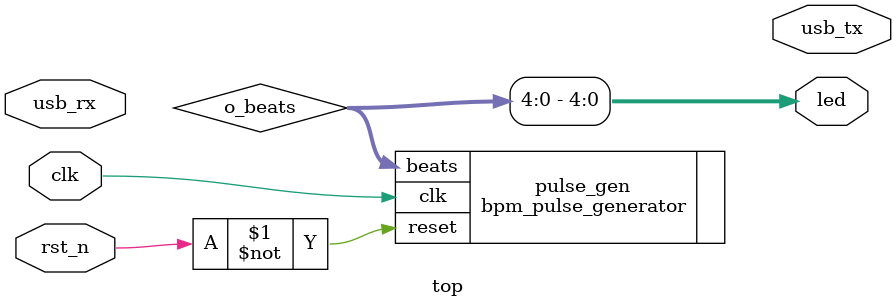
<source format=v>
module top (
    input clk,
    input rst_n,
    input usb_rx,
    output usb_tx,
    output [7:0] led
);
    wire [4:0] o_beats;

    bpm_pulse_generator #(
        .BPM(60)
    ) pulse_gen (
        .clk(clk),
        .reset(~rst_n),
        .beats(o_beats)
    );

    assign led[4:0] = o_beats;

endmodule

</source>
